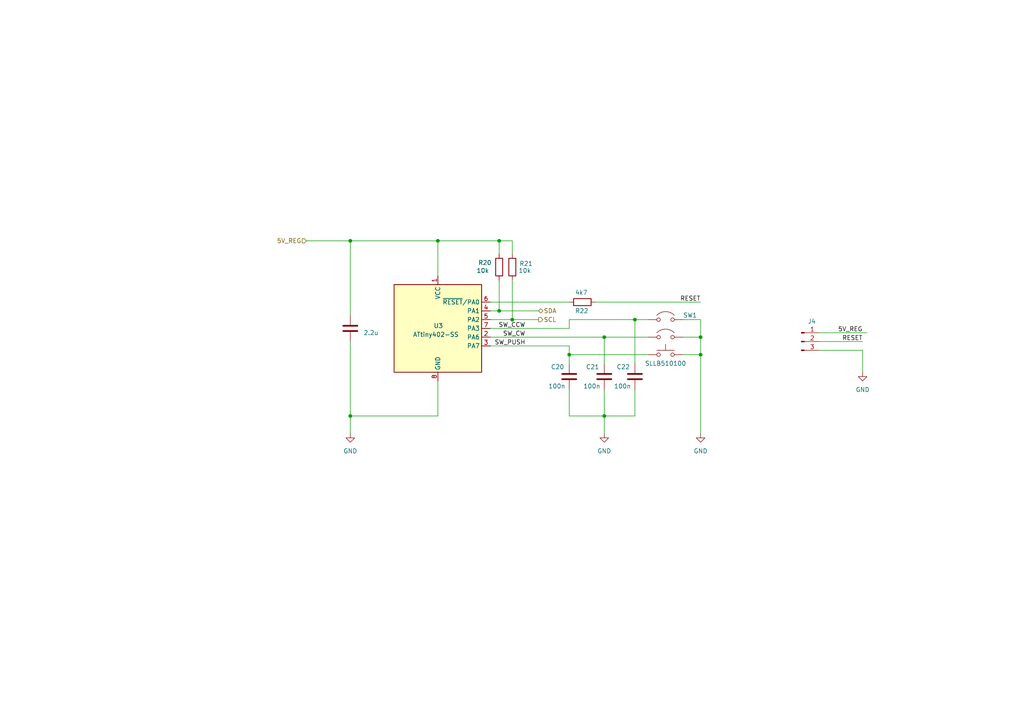
<source format=kicad_sch>
(kicad_sch (version 20231120) (generator "eeschema") (generator_version "8.0")
  (paper "A4")
  (lib_symbols
    (symbol "Connector:Conn_01x03_Pin" (pin_names (offset 1.016) hide)
      (property "Reference" "J" (at 0 5.08 0))
      (property "Value" "Conn_01x03_Pin" (at 0 -5.08 0))
      (symbol "Conn_01x03_Pin_1_1"
        (polyline (pts (xy 1.27 -2.54) (xy 0.8636 -2.54)) (stroke (width 0.1524)))
        (polyline (pts (xy 1.27 0) (xy 0.8636 0)) (stroke (width 0.1524)))
        (polyline (pts (xy 1.27 2.54) (xy 0.8636 2.54)) (stroke (width 0.1524)))
        (rectangle (start 0.8636 -2.413) (end 0 -2.667) (stroke (width 0.1524)) (fill (type outline)))
        (rectangle (start 0.8636 0.127) (end 0 -0.127) (stroke (width 0.1524)) (fill (type outline)))
        (rectangle (start 0.8636 2.667) (end 0 2.413) (stroke (width 0.1524)) (fill (type outline)))
        (pin passive line (at 5.08 2.54 180) (length 3.81) (name "Pin_1") (number "1"))
        (pin passive line (at 5.08 0 180) (length 3.81) (name "Pin_2") (number "2"))
        (pin passive line (at 5.08 -2.54 180) (length 3.81) (name "Pin_3") (number "3"))
      )
    )
    (symbol "Device:C" (pin_numbers hide) (pin_names (offset 0.254))
      (property "Reference" "C" (at 0.635 2.54 0))
      (property "Value" "C" (at 0.635 -2.54 0))
      (symbol "C_0_1"
        (polyline (pts (xy -2.032 -0.762) (xy 2.032 -0.762)) (stroke (width 0.508)))
        (polyline (pts (xy -2.032 0.762) (xy 2.032 0.762)) (stroke (width 0.508)))
      )
      (symbol "C_1_1"
        (pin passive line (at 0 3.81 270) (length 2.794) (name "~") (number "1"))
        (pin passive line (at 0 -3.81 90) (length 2.794) (name "~") (number "2"))
      )
    )
    (symbol "Device:R" (pin_numbers hide) (pin_names (offset 0))
      (property "Reference" "R" (at 2.032 0 90))
      (property "Value" "R" (at 0 0 90))
      (symbol "R_0_1"
        (rectangle (start -1.016 -2.54) (end 1.016 2.54) (stroke (width 0.254)))
      )
      (symbol "R_1_1"
        (pin passive line (at 0 3.81 270) (length 1.27) (name "~") (number "1"))
        (pin passive line (at 0 -3.81 90) (length 1.27) (name "~") (number "2"))
      )
    )
    (symbol "MCU_Microchip_ATtiny:ATtiny402-SS"
      (property "Reference" "U" (at -12.7 13.97 0))
      (property "Value" "ATtiny402-SS" (at 2.54 -13.97 0))
      (symbol "ATtiny402-SS_0_1"
        (rectangle (start -12.7 -12.7) (end 12.7 12.7) (stroke (width 0.254)) (fill (type background)))
      )
      (symbol "ATtiny402-SS_1_1"
        (pin power_in line (at 0 15.24 270) (length 2.54) (name "VCC") (number "1"))
        (pin bidirectional line (at 15.24 -2.54 180) (length 2.54) (name "PA6") (number "2"))
        (pin bidirectional line (at 15.24 -5.08 180) (length 2.54) (name "PA7") (number "3"))
        (pin bidirectional line (at 15.24 5.08 180) (length 2.54) (name "PA1") (number "4"))
        (pin bidirectional line (at 15.24 2.54 180) (length 2.54) (name "PA2") (number "5"))
        (pin bidirectional line (at 15.24 7.62 180) (length 2.54) (name "~{RESET}/PA0") (number "6"))
        (pin bidirectional line (at 15.24 0 180) (length 2.54) (name "PA3") (number "7"))
        (pin power_in line (at 0 -15.24 90) (length 2.54) (name "GND") (number "8"))
      )
    )
    (symbol "SLLB510100:SLLB510100" (pin_numbers hide) (pin_names (offset 1.016) hide)
      (property "Reference" "SW" (at 6.096 7.874 0))
      (property "Value" "SLLB510100" (at -8.128 8.128 0))
      (symbol "SLLB510100_0_1"
        (circle (center -2.032 -10.16) (radius 0.508))
        (circle (center -2.032 -5.08) (radius 0.508))
        (circle (center -2.032 0) (radius 0.508))
        (polyline (pts (xy 0 -8.89) (xy 0 -7.112)))
        (polyline (pts (xy 2.54 -8.89) (xy -2.54 -8.89)))
        (circle (center 2.032 -10.16) (radius 0.508))
        (circle (center 2.032 -5.08) (radius 0.508))
        (circle (center 2.032 0) (radius 0.508))
        (arc (start 2.54 -3.81) (mid 0 -2.7579) (end -2.54 -3.81))
        (arc (start 2.54 1.27) (mid 0 2.3221) (end -2.54 1.27))
        (pin passive line (at -5.08 0 0) (length 2.54) (name "1") (number "1"))
        (pin passive line (at -5.08 -5.08 0) (length 2.54) (name "2") (number "2"))
        (pin passive line (at 5.08 -10.16 180) (length 2.54) (name "C") (number "C"))
        (pin passive line (at 5.08 -5.08 180) (length 2.54) (name "C") (number "C"))
        (pin passive line (at 5.08 0 180) (length 2.54) (name "C") (number "C"))
        (pin passive line (at -5.08 -10.16 0) (length 2.54) (name "T") (number "T"))
      )
    )
    (symbol "power:GND" (power) (pin_numbers hide) (pin_names (offset 0) hide)
      (property "Value" "GND" (at 0 -3.81 0))
      (symbol "GND_0_1"
        (polyline (pts (xy 0 0) (xy 0 -1.27) (xy 1.27 -1.27) (xy 0 -2.54) (xy -1.27 -1.27) (xy 0 -1.27)))
      )
      (symbol "GND_1_1"
        (pin power_in line (at 0 0 270) (length 0) (name "~") (number "1"))
      )
    )
  )
  (junction (at 127 69.85))
  (junction (at 165.1 102.87))
  (junction (at 144.78 90.17))
  (junction (at 144.78 69.85))
  (junction (at 203.2 97.79))
  (junction (at 101.6 120.65))
  (junction (at 184.15 92.71))
  (junction (at 203.2 102.87))
  (junction (at 175.26 97.79))
  (junction (at 175.26 120.65))
  (junction (at 148.59 92.71))
  (junction (at 101.6 69.85))
  (wire (pts (xy 250.19 101.6) (xy 250.19 107.95)))
  (wire (pts (xy 148.59 92.71) (xy 156.21 92.71)))
  (wire (pts (xy 184.15 120.65) (xy 184.15 113.03)))
  (wire (pts (xy 175.26 97.79) (xy 175.26 105.41)))
  (wire (pts (xy 101.6 69.85) (xy 101.6 91.44)))
  (wire (pts (xy 203.2 97.79) (xy 203.2 102.87)))
  (wire (pts (xy 142.24 90.17) (xy 144.78 90.17)))
  (wire (pts (xy 165.1 102.87) (xy 187.96 102.87)))
  (wire (pts (xy 250.19 99.06) (xy 237.49 99.06)))
  (wire (pts (xy 144.78 69.85) (xy 148.59 69.85)))
  (wire (pts (xy 148.59 81.28) (xy 148.59 92.71)))
  (wire (pts (xy 101.6 120.65) (xy 127 120.65)))
  (wire (pts (xy 165.1 100.33) (xy 165.1 102.87)))
  (wire (pts (xy 127 120.65) (xy 127 110.49)))
  (wire (pts (xy 101.6 120.65) (xy 101.6 125.73)))
  (wire (pts (xy 198.12 97.79) (xy 203.2 97.79)))
  (wire (pts (xy 172.72 87.63) (xy 203.2 87.63)))
  (wire (pts (xy 148.59 69.85) (xy 148.59 73.66)))
  (wire (pts (xy 203.2 102.87) (xy 203.2 125.73)))
  (wire (pts (xy 142.24 95.25) (xy 165.1 95.25)))
  (wire (pts (xy 144.78 69.85) (xy 144.78 73.66)))
  (wire (pts (xy 142.24 92.71) (xy 148.59 92.71)))
  (wire (pts (xy 251.46 96.52) (xy 237.49 96.52)))
  (wire (pts (xy 144.78 81.28) (xy 144.78 90.17)))
  (wire (pts (xy 198.12 92.71) (xy 203.2 92.71)))
  (wire (pts (xy 165.1 102.87) (xy 165.1 105.41)))
  (wire (pts (xy 127 69.85) (xy 127 80.01)))
  (wire (pts (xy 144.78 69.85) (xy 127 69.85)))
  (wire (pts (xy 142.24 100.33) (xy 165.1 100.33)))
  (wire (pts (xy 88.9 69.85) (xy 101.6 69.85)))
  (wire (pts (xy 142.24 87.63) (xy 165.1 87.63)))
  (wire (pts (xy 184.15 92.71) (xy 165.1 92.71)))
  (wire (pts (xy 142.24 97.79) (xy 175.26 97.79)))
  (wire (pts (xy 175.26 113.03) (xy 175.26 120.65)))
  (wire (pts (xy 198.12 102.87) (xy 203.2 102.87)))
  (wire (pts (xy 184.15 92.71) (xy 184.15 105.41)))
  (wire (pts (xy 101.6 69.85) (xy 127 69.85)))
  (wire (pts (xy 101.6 99.06) (xy 101.6 120.65)))
  (wire (pts (xy 175.26 120.65) (xy 184.15 120.65)))
  (wire (pts (xy 250.19 101.6) (xy 237.49 101.6)))
  (wire (pts (xy 165.1 92.71) (xy 165.1 95.25)))
  (wire (pts (xy 175.26 120.65) (xy 175.26 125.73)))
  (wire (pts (xy 187.96 92.71) (xy 184.15 92.71)))
  (wire (pts (xy 175.26 97.79) (xy 187.96 97.79)))
  (wire (pts (xy 203.2 92.71) (xy 203.2 97.79)))
  (wire (pts (xy 165.1 113.03) (xy 165.1 120.65)))
  (wire (pts (xy 165.1 120.65) (xy 175.26 120.65)))
  (wire (pts (xy 144.78 90.17) (xy 156.21 90.17)))
  (label "RESET" (at 203.2 87.63 180))
  (label "SW_CCW" (at 152.4 95.25 180))
  (label "SW_PUSH" (at 152.4 100.33 180))
  (label "RESET" (at 250.19 99.06 180))
  (label "SW_CW" (at 152.4 97.79 180))
  (label "5V_REG" (at 250.19 96.52 180))
  (hierarchical_label "5V_REG" (shape input) (at 88.9 69.85 180))
  (hierarchical_label "SDA" (shape bidirectional) (at 156.21 90.17 0))
  (hierarchical_label "SCL" (shape output) (at 156.21 92.71 0))
  (symbol (lib_id "Device:R") (at 144.78 77.47 0) (unit 1)
    (property "Reference" "R20" (at 138.684 76.2 0) (effects (justify left)))
    (property "Value" "10k" (at 138.176 78.486 0) (effects (justify left)))
    (property "Footprint" "Resistor_SMD:R_0603_1608Metric_Pad0.98x0.95mm_HandSolder" (effects (hide yes)))
    (property "Description" "Resistor" (effects (hide yes)))
  )
  (symbol (lib_id "power:GND") (at 203.2 125.73 0) (unit 1)
    (property "Reference" "#PWR018" (effects (hide yes)))
    (property "Value" "GND" (at 203.2 130.81 0))
    (property "Description" "Power symbol creates a global label with name \"GND\" , ground" (effects (hide yes)))
  )
  (symbol (lib_id "MCU_Microchip_ATtiny:ATtiny402-SS") (at 127 95.25 0) (unit 1)
    (property "Reference" "U3" (at 128.524 94.488 0) (effects (justify right)))
    (property "Value" "ATtiny402-SS" (at 133.096 97.028 0) (effects (justify right)))
    (property "Footprint" "Package_SO:SOIC-8_3.9x4.9mm_P1.27mm" (effects (hide yes)))
    (property "Datasheet" "http://ww1.microchip.com/downloads/en/DeviceDoc/ATtiny202-402-AVR-MCU-with-Core-Independent-Peripherals_and-picoPower-40001969A.pdf" (effects (hide yes)))
    (property "Description" "20MHz, 4kB Flash, 256B SRAM, 128B EEPROM, SOIC-8" (effects (hide yes)))
  )
  (symbol (lib_id "power:GND") (at 101.6 125.73 0) (unit 1)
    (property "Reference" "#PWR016" (effects (hide yes)))
    (property "Value" "GND" (at 101.6 130.81 0))
    (property "Description" "Power symbol creates a global label with name \"GND\" , ground" (effects (hide yes)))
  )
  (symbol (lib_id "Connector:Conn_01x03_Pin") (at 232.41 99.06 0) (unit 1)
    (property "Reference" "J4" (at 235.458 93.218 0))
    (property "Value" "Conn_01x03_Pin" (effects (hide yes)))
    (property "Footprint" "Connector_PinHeader_2.54mm:PinHeader_1x03_P2.54mm_Vertical" (effects (hide yes)))
    (property "Description" "Generic connector, single row, 01x03, script generated" (effects (hide yes)))
  )
  (symbol (lib_id "Device:R") (at 148.59 77.47 0) (unit 1)
    (property "Reference" "R21" (at 150.622 76.454 0) (effects (justify left)))
    (property "Value" "10k" (at 150.368 78.486 0) (effects (justify left)))
    (property "Footprint" "Resistor_SMD:R_0603_1608Metric_Pad0.98x0.95mm_HandSolder" (effects (hide yes)))
    (property "Description" "Resistor" (effects (hide yes)))
  )
  (symbol (lib_id "Device:C") (at 101.6 95.25 0) (unit 1)
    (property "Reference" "C19" (effects (hide yes)))
    (property "Value" "2.2u" (at 105.41 96.5199 0) (effects (justify left)))
    (property "Footprint" "Capacitor_SMD:C_0805_2012Metric" (effects (hide yes)))
    (property "Description" "Unpolarized capacitor" (effects (hide yes)))
  )
  (symbol (lib_id "Device:C") (at 175.26 109.22 180) (unit 1)
    (property "Reference" "C21" (at 169.926 106.426 0) (effects (justify right)))
    (property "Value" "100n" (at 169.164 112.014 0) (effects (justify right)))
    (property "Footprint" "Resistor_SMD:R_0603_1608Metric_Pad0.98x0.95mm_HandSolder" (effects (hide yes)))
    (property "Description" "Unpolarized capacitor" (effects (hide yes)))
  )
  (symbol (lib_id "power:GND") (at 175.26 125.73 0) (unit 1)
    (property "Reference" "#PWR017" (effects (hide yes)))
    (property "Value" "GND" (at 175.26 130.81 0))
    (property "Description" "Power symbol creates a global label with name \"GND\" , ground" (effects (hide yes)))
  )
  (symbol (lib_id "Device:R") (at 168.91 87.63 90) (unit 1)
    (property "Reference" "R22" (at 170.688 90.17 90) (effects (justify left)))
    (property "Value" "4k7" (at 170.434 84.836 90) (effects (justify left)))
    (property "Footprint" "Resistor_SMD:R_0603_1608Metric_Pad0.98x0.95mm_HandSolder" (effects (hide yes)))
    (property "Description" "Resistor" (effects (hide yes)))
  )
  (symbol (lib_id "SLLB510100:SLLB510100") (at 193.04 92.71 0) (unit 1)
    (property "Reference" "SW1" (at 200.152 91.44 0))
    (property "Value" "SLLB510100" (at 193.04 105.41 0))
    (property "Footprint" "SLLB510100:SLLB510100" (effects (hide yes)))
    (property "Description" "rotary 1D" (effects (hide yes)))
  )
  (symbol (lib_id "Device:C") (at 165.1 109.22 180) (unit 1)
    (property "Reference" "C20" (at 159.766 106.426 0) (effects (justify right)))
    (property "Value" "100n" (at 159.004 112.014 0) (effects (justify right)))
    (property "Footprint" "Resistor_SMD:R_0603_1608Metric_Pad0.98x0.95mm_HandSolder" (effects (hide yes)))
    (property "Description" "Unpolarized capacitor" (effects (hide yes)))
  )
  (symbol (lib_id "Device:C") (at 184.15 109.22 180) (unit 1)
    (property "Reference" "C22" (at 178.816 106.426 0) (effects (justify right)))
    (property "Value" "100n" (at 178.054 112.014 0) (effects (justify right)))
    (property "Footprint" "Resistor_SMD:R_0603_1608Metric_Pad0.98x0.95mm_HandSolder" (effects (hide yes)))
    (property "Description" "Unpolarized capacitor" (effects (hide yes)))
  )
  (symbol (lib_id "power:GND") (at 250.19 107.95 0) (unit 1)
    (property "Reference" "#PWR019" (effects (hide yes)))
    (property "Value" "GND" (at 250.19 113.03 0))
    (property "Description" "Power symbol creates a global label with name \"GND\" , ground" (effects (hide yes)))
  )
)
</source>
